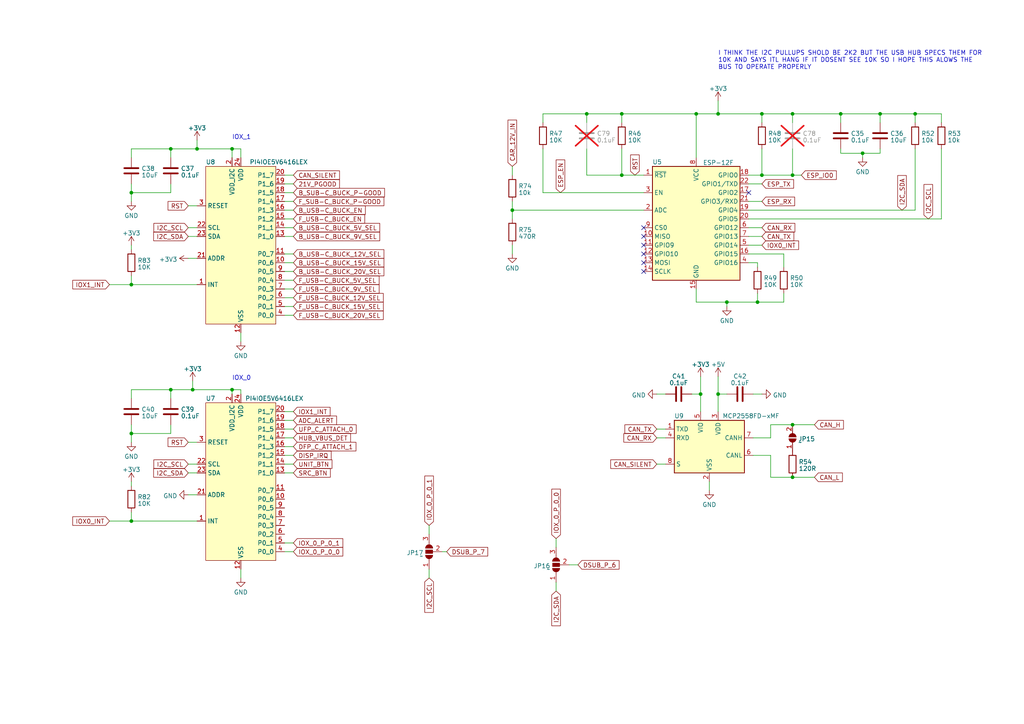
<source format=kicad_sch>
(kicad_sch (version 20230121) (generator eeschema)
  (paper "A4")
  (lib_symbols
    (symbol "Device:C" (pin_numbers hide) (pin_names (offset 0.254))
      (property "Reference" "C" (at 0.635 2.54 0))
      (property "Value" "C" (at 0.635 -2.54 0))
      (symbol "C_0_1"
        (polyline (pts (xy -2.032 -0.762) (xy 2.032 -0.762)) (stroke (width 0.508)))
        (polyline (pts (xy -2.032 0.762) (xy 2.032 0.762)) (stroke (width 0.508)))
      )
      (symbol "C_1_1"
        (pin passive line (at 0 3.81 270) (length 2.794) (name "~") (number "1"))
        (pin passive line (at 0 -3.81 90) (length 2.794) (name "~") (number "2"))
      )
    )
    (symbol "Device:R" (pin_numbers hide) (pin_names (offset 0))
      (property "Reference" "R" (at 2.032 0 90))
      (property "Value" "R" (at 0 0 90))
      (symbol "R_0_1"
        (rectangle (start -1.016 -2.54) (end 1.016 2.54) (stroke (width 0.254)))
      )
      (symbol "R_1_1"
        (pin passive line (at 0 3.81 270) (length 1.27) (name "~") (number "1"))
        (pin passive line (at 0 -3.81 90) (length 1.27) (name "~") (number "2"))
      )
    )
    (symbol "EXTRA:PI4IOE5V6416LEX"
      (property "Reference" "U" (at 0 -2.54 0))
      (property "Value" "PI4IOE5V6416LEX" (at 0 0 0))
      (symbol "PI4IOE5V6416LEX_0_1"
        (rectangle (start -10.16 -10.16) (end 10.16 -55.88) (fill (type background)))
      )
      (symbol "PI4IOE5V6416LEX_1_1"
        (pin output line (at -12.7 -44.45 0) (length 2.54) (name "INT") (number "1"))
        (pin bidirectional line (at 12.7 -38.1 180) (length 2.54) (name "P0_6") (number "10"))
        (pin bidirectional line (at 12.7 -35.56 180) (length 2.54) (name "P0_7") (number "11"))
        (pin power_in line (at 0 -58.42 90) (length 2.54) (name "VSS") (number "12"))
        (pin bidirectional line (at 12.7 -30.48 180) (length 2.54) (name "P1_0") (number "13"))
        (pin bidirectional line (at 12.7 -27.94 180) (length 2.54) (name "P1_1") (number "14"))
        (pin bidirectional line (at 12.7 -25.4 180) (length 2.54) (name "P1_2") (number "15"))
        (pin bidirectional line (at 12.7 -22.86 180) (length 2.54) (name "P1_3") (number "16"))
        (pin bidirectional line (at 12.7 -20.32 180) (length 2.54) (name "P1_4") (number "17"))
        (pin bidirectional line (at 12.7 -17.78 180) (length 2.54) (name "P1_5") (number "18"))
        (pin bidirectional line (at 12.7 -15.24 180) (length 2.54) (name "P1_6") (number "19"))
        (pin power_in line (at -2.54 -7.62 270) (length 2.54) (name "VDD_I2C") (number "2"))
        (pin bidirectional line (at 12.7 -12.7 180) (length 2.54) (name "P1_7") (number "20"))
        (pin input line (at -12.7 -36.83 0) (length 2.54) (name "ADDR") (number "21"))
        (pin input line (at -12.7 -27.94 0) (length 2.54) (name "SCL") (number "22"))
        (pin bidirectional line (at -12.7 -30.48 0) (length 2.54) (name "SDA") (number "23"))
        (pin power_in line (at 0 -7.62 270) (length 2.54) (name "VDD") (number "24"))
        (pin input line (at -12.7 -21.59 0) (length 2.54) (name "RESET") (number "3"))
        (pin bidirectional line (at 12.7 -53.34 180) (length 2.54) (name "P0_0") (number "4"))
        (pin bidirectional line (at 12.7 -50.8 180) (length 2.54) (name "P0_1") (number "5"))
        (pin bidirectional line (at 12.7 -48.26 180) (length 2.54) (name "P0_2") (number "6"))
        (pin bidirectional line (at 12.7 -45.72 180) (length 2.54) (name "P0_3") (number "7"))
        (pin bidirectional line (at 12.7 -43.18 180) (length 2.54) (name "P0_4") (number "8"))
        (pin bidirectional line (at 12.7 -40.64 180) (length 2.54) (name "P0_5") (number "9"))
      )
    )
    (symbol "Interface_CAN_LIN:MCP2557FD-xMF"
      (property "Reference" "U9" (at 6.35 10.811 0))
      (property "Value" "MCP2558FD-xMF" (at 6.35 8.89 0))
      (symbol "MCP2557FD-xMF_0_1"
        (rectangle (start -10.16 7.62) (end 10.16 -7.62) (stroke (width 0.254)) (fill (type background)))
      )
      (symbol "MCP2557FD-xMF_1_1"
        (pin input line (at -12.7 5.08 0) (length 2.54) (name "TXD") (number "1"))
        (pin power_in line (at 0 -10.16 90) (length 2.54) (name "VSS") (number "2"))
        (pin power_in line (at 2.54 10.16 270) (length 2.54) (name "VDD") (number "3"))
        (pin output line (at -12.7 2.54 0) (length 2.54) (name "RXD") (number "4"))
        (pin power_in line (at -2.54 10.16 270) (length 2.54) (name "VIO") (number "5"))
        (pin bidirectional line (at 12.7 -2.54 180) (length 2.54) (name "CANL") (number "6"))
        (pin bidirectional line (at 12.7 2.54 180) (length 2.54) (name "CANH") (number "7"))
        (pin input line (at -12.7 -5.08 0) (length 2.54) (name "S") (number "8"))
        (pin passive line (at 0 -10.16 90) (length 2.54) hide (name "VSS") (number "9"))
      )
    )
    (symbol "Jumper:SolderJumper_2_Open" (pin_names (offset 0) hide)
      (property "Reference" "JP" (at 0 2.032 0))
      (property "Value" "SolderJumper_2_Open" (at 0 -2.54 0))
      (symbol "SolderJumper_2_Open_0_1"
        (arc (start -0.254 1.016) (mid -1.2656 0) (end -0.254 -1.016))
        (arc (start -0.254 1.016) (mid -1.2656 0) (end -0.254 -1.016) (fill (type outline)))
        (polyline (pts (xy -0.254 1.016) (xy -0.254 -1.016)))
        (polyline (pts (xy 0.254 1.016) (xy 0.254 -1.016)))
        (arc (start 0.254 -1.016) (mid 1.2656 0) (end 0.254 1.016))
        (arc (start 0.254 -1.016) (mid 1.2656 0) (end 0.254 1.016) (fill (type outline)))
      )
      (symbol "SolderJumper_2_Open_1_1"
        (pin passive line (at -3.81 0 0) (length 2.54) (name "A") (number "1"))
        (pin passive line (at 3.81 0 180) (length 2.54) (name "B") (number "2"))
      )
    )
    (symbol "Jumper:SolderJumper_3_Open" (pin_names (offset 0) hide)
      (property "Reference" "JP" (at -2.54 -2.54 0))
      (property "Value" "SolderJumper_3_Open" (at 0 2.794 0))
      (symbol "SolderJumper_3_Open_0_1"
        (arc (start -1.016 1.016) (mid -2.0276 0) (end -1.016 -1.016))
        (arc (start -1.016 1.016) (mid -2.0276 0) (end -1.016 -1.016) (fill (type outline)))
        (rectangle (start -0.508 1.016) (end 0.508 -1.016) (fill (type outline)))
        (polyline (pts (xy -2.54 0) (xy -2.032 0)))
        (polyline (pts (xy -1.016 1.016) (xy -1.016 -1.016)))
        (polyline (pts (xy 0 -1.27) (xy 0 -1.016)))
        (polyline (pts (xy 1.016 1.016) (xy 1.016 -1.016)))
        (polyline (pts (xy 2.54 0) (xy 2.032 0)))
        (arc (start 1.016 -1.016) (mid 2.0276 0) (end 1.016 1.016))
        (arc (start 1.016 -1.016) (mid 2.0276 0) (end 1.016 1.016) (fill (type outline)))
      )
      (symbol "SolderJumper_3_Open_1_1"
        (pin passive line (at -5.08 0 0) (length 2.54) (name "A") (number "1"))
        (pin passive line (at 0 -3.81 90) (length 2.54) (name "C") (number "2"))
        (pin passive line (at 5.08 0 180) (length 2.54) (name "B") (number "3"))
      )
    )
    (symbol "RF_Module:ESP-12F"
      (property "Reference" "U" (at -12.7 19.05 0))
      (property "Value" "ESP-12F" (at 12.7 19.05 0))
      (symbol "ESP-12F_0_1"
        (rectangle (start -12.7 17.78) (end 12.7 -15.24) (stroke (width 0.254)) (fill (type background)))
      )
      (symbol "ESP-12F_1_1"
        (pin input line (at -15.24 15.24 0) (length 2.54) (name "~{RST}") (number "1"))
        (pin bidirectional line (at -15.24 -2.54 0) (length 2.54) (name "MISO") (number "10"))
        (pin bidirectional line (at -15.24 -5.08 0) (length 2.54) (name "GPIO9") (number "11"))
        (pin bidirectional line (at -15.24 -7.62 0) (length 2.54) (name "GPIO10") (number "12"))
        (pin bidirectional line (at -15.24 -10.16 0) (length 2.54) (name "MOSI") (number "13"))
        (pin bidirectional line (at -15.24 -12.7 0) (length 2.54) (name "SCLK") (number "14"))
        (pin power_in line (at 0 -17.78 90) (length 2.54) (name "GND") (number "15"))
        (pin bidirectional line (at 15.24 -7.62 180) (length 2.54) (name "GPIO15") (number "16"))
        (pin bidirectional line (at 15.24 10.16 180) (length 2.54) (name "GPIO2") (number "17"))
        (pin bidirectional line (at 15.24 15.24 180) (length 2.54) (name "GPIO0") (number "18"))
        (pin bidirectional line (at 15.24 5.08 180) (length 2.54) (name "GPIO4") (number "19"))
        (pin input line (at -15.24 5.08 0) (length 2.54) (name "ADC") (number "2"))
        (pin bidirectional line (at 15.24 2.54 180) (length 2.54) (name "GPIO5") (number "20"))
        (pin bidirectional line (at 15.24 7.62 180) (length 2.54) (name "GPIO3/RXD") (number "21"))
        (pin bidirectional line (at 15.24 12.7 180) (length 2.54) (name "GPIO1/TXD") (number "22"))
        (pin input line (at -15.24 10.16 0) (length 2.54) (name "EN") (number "3"))
        (pin bidirectional line (at 15.24 -10.16 180) (length 2.54) (name "GPIO16") (number "4"))
        (pin bidirectional line (at 15.24 -5.08 180) (length 2.54) (name "GPIO14") (number "5"))
        (pin bidirectional line (at 15.24 0 180) (length 2.54) (name "GPIO12") (number "6"))
        (pin bidirectional line (at 15.24 -2.54 180) (length 2.54) (name "GPIO13") (number "7"))
        (pin power_in line (at 0 20.32 270) (length 2.54) (name "VCC") (number "8"))
        (pin input line (at -15.24 0 0) (length 2.54) (name "CS0") (number "9"))
      )
    )
    (symbol "power:+3V3" (power) (pin_names (offset 0))
      (property "Value" "+3V3" (at 0 3.556 0))
      (symbol "+3V3_0_1"
        (polyline (pts (xy -0.762 1.27) (xy 0 2.54)))
        (polyline (pts (xy 0 0) (xy 0 2.54)))
        (polyline (pts (xy 0 2.54) (xy 0.762 1.27)))
      )
      (symbol "+3V3_1_1"
        (pin power_in line (at 0 0 90) (length 0) hide (name "+3V3") (number "1"))
      )
    )
    (symbol "power:+5V" (power) (pin_names (offset 0))
      (property "Value" "+5V" (at 0 3.556 0))
      (symbol "+5V_0_1"
        (polyline (pts (xy -0.762 1.27) (xy 0 2.54)))
        (polyline (pts (xy 0 0) (xy 0 2.54)))
        (polyline (pts (xy 0 2.54) (xy 0.762 1.27)))
      )
      (symbol "+5V_1_1"
        (pin power_in line (at 0 0 90) (length 0) hide (name "+5V") (number "1"))
      )
    )
    (symbol "power:GND" (power) (pin_names (offset 0))
      (property "Value" "GND" (at 0 -3.81 0))
      (symbol "GND_0_1"
        (polyline (pts (xy 0 0) (xy 0 -1.27) (xy 1.27 -1.27) (xy 0 -2.54) (xy -1.27 -1.27) (xy 0 -1.27)))
      )
      (symbol "GND_1_1"
        (pin power_in line (at 0 0 270) (length 0) hide (name "GND") (number "1"))
      )
    )
  )
  (junction (at 148.59 60.96))
  (junction (at 57.15 43.18))
  (junction (at 55.88 113.03))
  (junction (at 208.28 33.02))
  (junction (at 201.93 33.02))
  (junction (at 180.34 33.02))
  (junction (at 229.87 123.19))
  (junction (at 229.87 33.02))
  (junction (at 38.1 151.13))
  (junction (at 220.98 50.8))
  (junction (at 67.31 113.03))
  (junction (at 229.87 50.8))
  (junction (at 67.31 43.18))
  (junction (at 219.71 87.63))
  (junction (at 220.98 33.02))
  (junction (at 49.53 113.03))
  (junction (at 203.2 114.3))
  (junction (at 180.34 50.8))
  (junction (at 243.84 33.02))
  (junction (at 170.18 33.02))
  (junction (at 38.1 125.73))
  (junction (at 265.43 33.02))
  (junction (at 250.19 44.45))
  (junction (at 255.27 33.02))
  (junction (at 49.53 43.18))
  (junction (at 208.28 114.3))
  (junction (at 38.1 82.55))
  (junction (at 210.82 87.63))
  (junction (at 229.87 138.43))
  (junction (at 38.1 55.88))
  (no_connect (at 186.69 73.66))
  (no_connect (at 186.69 76.2))
  (no_connect (at 217.17 55.88))
  (no_connect (at 186.69 66.04))
  (no_connect (at 186.69 71.12))
  (no_connect (at 186.69 78.74))
  (no_connect (at 186.69 68.58))
  (wire (pts (xy 208.28 33.02) (xy 220.98 33.02)))
  (wire (pts (xy 82.55 129.54) (xy 85.09 129.54)))
  (wire (pts (xy 49.53 53.34) (xy 49.53 55.88)))
  (wire (pts (xy 82.55 73.66) (xy 85.09 73.66)))
  (wire (pts (xy 170.18 33.02) (xy 170.18 35.56)))
  (wire (pts (xy 82.55 132.08) (xy 85.09 132.08)))
  (wire (pts (xy 208.28 114.3) (xy 208.28 119.38)))
  (wire (pts (xy 31.75 151.13) (xy 38.1 151.13)))
  (wire (pts (xy 82.55 66.04) (xy 85.09 66.04)))
  (wire (pts (xy 219.71 76.2) (xy 219.71 77.47)))
  (wire (pts (xy 205.74 139.7) (xy 205.74 142.24)))
  (wire (pts (xy 208.28 29.21) (xy 208.28 33.02)))
  (wire (pts (xy 223.52 123.19) (xy 223.52 127)))
  (wire (pts (xy 148.59 48.26) (xy 148.59 50.8)))
  (wire (pts (xy 217.17 60.96) (xy 265.43 60.96)))
  (wire (pts (xy 219.71 85.09) (xy 219.71 87.63)))
  (wire (pts (xy 124.46 165.1) (xy 124.46 167.64)))
  (wire (pts (xy 54.61 143.51) (xy 57.15 143.51)))
  (wire (pts (xy 157.48 43.18) (xy 157.48 55.88)))
  (wire (pts (xy 157.48 35.56) (xy 157.48 33.02)))
  (wire (pts (xy 38.1 151.13) (xy 57.15 151.13)))
  (wire (pts (xy 82.55 78.74) (xy 85.09 78.74)))
  (wire (pts (xy 255.27 33.02) (xy 255.27 35.56)))
  (wire (pts (xy 265.43 33.02) (xy 255.27 33.02)))
  (wire (pts (xy 38.1 55.88) (xy 38.1 58.42)))
  (wire (pts (xy 38.1 139.7) (xy 38.1 140.97)))
  (wire (pts (xy 82.55 121.92) (xy 85.09 121.92)))
  (wire (pts (xy 69.85 43.18) (xy 67.31 43.18)))
  (wire (pts (xy 217.17 66.04) (xy 220.98 66.04)))
  (wire (pts (xy 161.29 156.21) (xy 161.29 158.75)))
  (wire (pts (xy 227.33 87.63) (xy 219.71 87.63)))
  (wire (pts (xy 67.31 113.03) (xy 67.31 114.3)))
  (wire (pts (xy 200.66 114.3) (xy 203.2 114.3)))
  (wire (pts (xy 229.87 123.19) (xy 236.22 123.19)))
  (wire (pts (xy 82.55 58.42) (xy 85.09 58.42)))
  (wire (pts (xy 229.87 138.43) (xy 223.52 138.43)))
  (wire (pts (xy 69.85 113.03) (xy 69.85 114.3)))
  (wire (pts (xy 69.85 45.72) (xy 69.85 43.18)))
  (wire (pts (xy 54.61 137.16) (xy 57.15 137.16)))
  (wire (pts (xy 203.2 114.3) (xy 203.2 119.38)))
  (wire (pts (xy 67.31 43.18) (xy 57.15 43.18)))
  (wire (pts (xy 265.43 35.56) (xy 265.43 33.02)))
  (wire (pts (xy 82.55 160.02) (xy 85.09 160.02)))
  (wire (pts (xy 229.87 50.8) (xy 220.98 50.8)))
  (wire (pts (xy 220.98 43.18) (xy 220.98 50.8)))
  (wire (pts (xy 229.87 43.18) (xy 229.87 50.8)))
  (wire (pts (xy 250.19 44.45) (xy 255.27 44.45)))
  (wire (pts (xy 190.5 134.62) (xy 193.04 134.62)))
  (wire (pts (xy 190.5 127) (xy 193.04 127)))
  (wire (pts (xy 243.84 43.18) (xy 243.84 44.45)))
  (wire (pts (xy 128.27 160.02) (xy 129.54 160.02)))
  (wire (pts (xy 49.53 55.88) (xy 38.1 55.88)))
  (wire (pts (xy 236.22 138.43) (xy 229.87 138.43)))
  (wire (pts (xy 229.87 50.8) (xy 232.41 50.8)))
  (wire (pts (xy 82.55 157.48) (xy 85.09 157.48)))
  (wire (pts (xy 49.53 43.18) (xy 38.1 43.18)))
  (wire (pts (xy 38.1 82.55) (xy 57.15 82.55)))
  (wire (pts (xy 201.93 33.02) (xy 201.93 45.72)))
  (wire (pts (xy 82.55 86.36) (xy 85.09 86.36)))
  (wire (pts (xy 54.61 59.69) (xy 57.15 59.69)))
  (wire (pts (xy 55.88 113.03) (xy 67.31 113.03)))
  (wire (pts (xy 265.43 33.02) (xy 273.05 33.02)))
  (wire (pts (xy 227.33 73.66) (xy 227.33 77.47)))
  (wire (pts (xy 82.55 88.9) (xy 85.09 88.9)))
  (wire (pts (xy 273.05 43.18) (xy 273.05 63.5)))
  (wire (pts (xy 217.17 73.66) (xy 227.33 73.66)))
  (wire (pts (xy 186.69 50.8) (xy 180.34 50.8)))
  (wire (pts (xy 229.87 33.02) (xy 229.87 35.56)))
  (wire (pts (xy 217.17 71.12) (xy 220.98 71.12)))
  (wire (pts (xy 82.55 119.38) (xy 85.09 119.38)))
  (wire (pts (xy 180.34 33.02) (xy 201.93 33.02)))
  (wire (pts (xy 82.55 68.58) (xy 85.09 68.58)))
  (wire (pts (xy 38.1 113.03) (xy 49.53 113.03)))
  (wire (pts (xy 255.27 44.45) (xy 255.27 43.18)))
  (wire (pts (xy 38.1 80.01) (xy 38.1 82.55)))
  (wire (pts (xy 82.55 63.5) (xy 85.09 63.5)))
  (wire (pts (xy 38.1 125.73) (xy 38.1 128.27)))
  (wire (pts (xy 210.82 87.63) (xy 201.93 87.63)))
  (wire (pts (xy 38.1 125.73) (xy 38.1 123.19)))
  (wire (pts (xy 54.61 66.04) (xy 57.15 66.04)))
  (wire (pts (xy 148.59 60.96) (xy 186.69 60.96)))
  (wire (pts (xy 217.17 50.8) (xy 220.98 50.8)))
  (wire (pts (xy 82.55 60.96) (xy 85.09 60.96)))
  (wire (pts (xy 38.1 43.18) (xy 38.1 45.72)))
  (wire (pts (xy 243.84 33.02) (xy 255.27 33.02)))
  (wire (pts (xy 217.17 53.34) (xy 220.98 53.34)))
  (wire (pts (xy 49.53 125.73) (xy 38.1 125.73)))
  (wire (pts (xy 57.15 43.18) (xy 49.53 43.18)))
  (wire (pts (xy 180.34 43.18) (xy 180.34 50.8)))
  (wire (pts (xy 54.61 68.58) (xy 57.15 68.58)))
  (wire (pts (xy 161.29 168.91) (xy 161.29 171.45)))
  (wire (pts (xy 82.55 124.46) (xy 85.09 124.46)))
  (wire (pts (xy 38.1 71.12) (xy 38.1 72.39)))
  (wire (pts (xy 82.55 76.2) (xy 85.09 76.2)))
  (wire (pts (xy 180.34 33.02) (xy 180.34 35.56)))
  (wire (pts (xy 220.98 33.02) (xy 220.98 35.56)))
  (wire (pts (xy 170.18 33.02) (xy 180.34 33.02)))
  (wire (pts (xy 55.88 110.49) (xy 55.88 113.03)))
  (wire (pts (xy 229.87 33.02) (xy 243.84 33.02)))
  (wire (pts (xy 170.18 50.8) (xy 180.34 50.8)))
  (wire (pts (xy 69.85 96.52) (xy 69.85 99.06)))
  (wire (pts (xy 217.17 63.5) (xy 273.05 63.5)))
  (wire (pts (xy 243.84 33.02) (xy 243.84 35.56)))
  (wire (pts (xy 201.93 33.02) (xy 208.28 33.02)))
  (wire (pts (xy 49.53 43.18) (xy 49.53 45.72)))
  (wire (pts (xy 148.59 60.96) (xy 148.59 63.5)))
  (wire (pts (xy 223.52 127) (xy 218.44 127)))
  (wire (pts (xy 49.53 123.19) (xy 49.53 125.73)))
  (wire (pts (xy 38.1 55.88) (xy 38.1 53.34)))
  (wire (pts (xy 82.55 137.16) (xy 85.09 137.16)))
  (wire (pts (xy 219.71 87.63) (xy 210.82 87.63)))
  (wire (pts (xy 82.55 91.44) (xy 85.09 91.44)))
  (wire (pts (xy 124.46 152.4) (xy 124.46 154.94)))
  (wire (pts (xy 54.61 128.27) (xy 57.15 128.27)))
  (wire (pts (xy 157.48 55.88) (xy 186.69 55.88)))
  (wire (pts (xy 223.52 132.08) (xy 218.44 132.08)))
  (wire (pts (xy 190.5 114.3) (xy 193.04 114.3)))
  (wire (pts (xy 227.33 85.09) (xy 227.33 87.63)))
  (wire (pts (xy 170.18 43.18) (xy 170.18 50.8)))
  (wire (pts (xy 31.75 82.55) (xy 38.1 82.55)))
  (wire (pts (xy 67.31 43.18) (xy 67.31 45.72)))
  (wire (pts (xy 67.31 113.03) (xy 69.85 113.03)))
  (wire (pts (xy 210.82 87.63) (xy 210.82 88.9)))
  (wire (pts (xy 265.43 43.18) (xy 265.43 60.96)))
  (wire (pts (xy 38.1 148.59) (xy 38.1 151.13)))
  (wire (pts (xy 82.55 50.8) (xy 85.09 50.8)))
  (wire (pts (xy 217.17 68.58) (xy 220.98 68.58)))
  (wire (pts (xy 223.52 132.08) (xy 223.52 138.43)))
  (wire (pts (xy 82.55 127) (xy 85.09 127)))
  (wire (pts (xy 220.98 33.02) (xy 229.87 33.02)))
  (wire (pts (xy 69.85 165.1) (xy 69.85 167.64)))
  (wire (pts (xy 217.17 76.2) (xy 219.71 76.2)))
  (wire (pts (xy 165.1 163.83) (xy 167.64 163.83)))
  (wire (pts (xy 273.05 35.56) (xy 273.05 33.02)))
  (wire (pts (xy 201.93 87.63) (xy 201.93 83.82)))
  (wire (pts (xy 54.61 74.93) (xy 57.15 74.93)))
  (wire (pts (xy 190.5 124.46) (xy 193.04 124.46)))
  (wire (pts (xy 49.53 113.03) (xy 49.53 115.57)))
  (wire (pts (xy 148.59 58.42) (xy 148.59 60.96)))
  (wire (pts (xy 157.48 33.02) (xy 170.18 33.02)))
  (wire (pts (xy 218.44 114.3) (xy 220.98 114.3)))
  (wire (pts (xy 243.84 44.45) (xy 250.19 44.45)))
  (wire (pts (xy 148.59 71.12) (xy 148.59 73.66)))
  (wire (pts (xy 217.17 58.42) (xy 220.98 58.42)))
  (wire (pts (xy 49.53 113.03) (xy 55.88 113.03)))
  (wire (pts (xy 82.55 83.82) (xy 85.09 83.82)))
  (wire (pts (xy 250.19 44.45) (xy 250.19 45.72)))
  (wire (pts (xy 82.55 55.88) (xy 85.09 55.88)))
  (wire (pts (xy 82.55 81.28) (xy 85.09 81.28)))
  (wire (pts (xy 57.15 40.64) (xy 57.15 43.18)))
  (wire (pts (xy 223.52 123.19) (xy 229.87 123.19)))
  (wire (pts (xy 38.1 115.57) (xy 38.1 113.03)))
  (wire (pts (xy 208.28 114.3) (xy 210.82 114.3)))
  (wire (pts (xy 82.55 53.34) (xy 85.09 53.34)))
  (wire (pts (xy 54.61 134.62) (xy 57.15 134.62)))
  (wire (pts (xy 203.2 109.22) (xy 203.2 114.3)))
  (wire (pts (xy 208.28 109.22) (xy 208.28 114.3)))
  (wire (pts (xy 82.55 134.62) (xy 85.09 134.62)))
  (text "IOX_0" (at 67.31 110.49 0) (effects (font (size 1.27 1.27)) (justify left bottom)))
  (text "I THINK THE I2C PULLUPS SHOLD BE 2K2 BUT THE USB HUB SPECS THEM FOR \n10K AND SAYS ITL HANG IF IT DOSENT SEE 10K SO I HOPE THIS ALOWS THE \nBUS TO OPERATE PROPERLY" (at 208.28 20.32 0) (effects (font (size 1.27 1.27)) (justify left bottom)))
  (text "IOX_1" (at 67.31 40.64 0) (effects (font (size 1.27 1.27)) (justify left bottom)))
  (global_label "B_SUB-C_BUCK_P-GOOD" (shape input) (at 85.09 55.88 0) (property "Intersheetrefs" "${INTERSHEET_REFS}" (effects hide)))
  (global_label "DSUB_P_6" (shape input) (at 167.64 163.83 0) (property "Intersheetrefs" "${INTERSHEET_REFS}" (effects hide)))
  (global_label "F_USB-C_BUCK_EN" (shape input) (at 85.09 63.5 0) (property "Intersheetrefs" "${INTERSHEET_REFS}" (effects hide)))
  (global_label "F_USB-C_BUCK_12V_SEL" (shape input) (at 85.09 86.36 0) (property "Intersheetrefs" "${INTERSHEET_REFS}" (effects hide)))
  (global_label "B_USB-C_BUCK_15V_SEL" (shape input) (at 85.09 76.2 0) (property "Intersheetrefs" "${INTERSHEET_REFS}" (effects hide)))
  (global_label "F_USB-C_BUCK_5V_SEL" (shape input) (at 85.09 81.28 0) (property "Intersheetrefs" "${INTERSHEET_REFS}" (effects hide)))
  (global_label "UFP_C_ATTACH_0" (shape input) (at 85.09 124.46 0) (property "Intersheetrefs" "${INTERSHEET_REFS}" (effects hide)))
  (global_label "IOX_0_P_0_1" (shape input) (at 85.09 157.48 0) (property "Intersheetrefs" "${INTERSHEET_REFS}" (effects hide)))
  (global_label "B_USB-C_BUCK_5V_SEL" (shape input) (at 85.09 66.04 0) (property "Intersheetrefs" "${INTERSHEET_REFS}" (effects hide)))
  (global_label "CAR_12V_IN" (shape input) (at 148.59 48.26 90) (property "Intersheetrefs" "${INTERSHEET_REFS}" (effects hide)))
  (global_label "F_USB-C_BUCK_9V_SEL" (shape input) (at 85.09 83.82 0) (property "Intersheetrefs" "${INTERSHEET_REFS}" (effects hide)))
  (global_label "ESP_IO0" (shape input) (at 232.41 50.8 0) (property "Intersheetrefs" "${INTERSHEET_REFS}" (effects hide)))
  (global_label "B_USB-C_BUCK_20V_SEL" (shape input) (at 85.09 78.74 0) (property "Intersheetrefs" "${INTERSHEET_REFS}" (effects hide)))
  (global_label "21V_PGOOD" (shape input) (at 85.09 53.34 0) (property "Intersheetrefs" "${INTERSHEET_REFS}" (effects hide)))
  (global_label "ADC_ALERT" (shape input) (at 85.09 121.92 0) (property "Intersheetrefs" "${INTERSHEET_REFS}" (effects hide)))
  (global_label "F_USB-C_BUCK_15V_SEL" (shape input) (at 85.09 88.9 0) (property "Intersheetrefs" "${INTERSHEET_REFS}" (effects hide)))
  (global_label "RST" (shape input) (at 54.61 59.69 180) (property "Intersheetrefs" "${INTERSHEET_REFS}" (effects hide)))
  (global_label "ESP_EN" (shape input) (at 162.56 55.88 90) (property "Intersheetrefs" "${INTERSHEET_REFS}" (effects hide)))
  (global_label "IOX_0_P_0_0" (shape input) (at 161.29 156.21 90) (property "Intersheetrefs" "${INTERSHEET_REFS}" (effects hide)))
  (global_label "RST" (shape input) (at 54.61 128.27 180) (property "Intersheetrefs" "${INTERSHEET_REFS}" (effects hide)))
  (global_label "I2C_SCL" (shape input) (at 269.24 63.5 90) (property "Intersheetrefs" "${INTERSHEET_REFS}" (effects hide)))
  (global_label "ESP_RX" (shape input) (at 220.98 58.42 0) (property "Intersheetrefs" "${INTERSHEET_REFS}" (effects hide)))
  (global_label "SRC_BTN" (shape input) (at 85.09 137.16 0) (property "Intersheetrefs" "${INTERSHEET_REFS}" (effects hide)))
  (global_label "I2C_SDA" (shape input) (at 261.62 60.96 90) (property "Intersheetrefs" "${INTERSHEET_REFS}" (effects hide)))
  (global_label "IOX0_INT" (shape input) (at 31.75 151.13 180) (property "Intersheetrefs" "${INTERSHEET_REFS}" (effects hide)))
  (global_label "UNIT_BTN" (shape input) (at 85.09 134.62 0) (property "Intersheetrefs" "${INTERSHEET_REFS}" (effects hide)))
  (global_label "I2C_SDA" (shape input) (at 161.29 171.45 270) (property "Intersheetrefs" "${INTERSHEET_REFS}" (effects hide)))
  (global_label "HUB_VBUS_DET" (shape input) (at 85.09 127 0) (property "Intersheetrefs" "${INTERSHEET_REFS}" (effects hide)))
  (global_label "B_USB-C_BUCK_9V_SEL" (shape input) (at 85.09 68.58 0) (property "Intersheetrefs" "${INTERSHEET_REFS}" (effects hide)))
  (global_label "CAN_H" (shape input) (at 236.22 123.19 0) (property "Intersheetrefs" "${INTERSHEET_REFS}" (effects hide)))
  (global_label "I2C_SDA" (shape input) (at 54.61 137.16 180) (property "Intersheetrefs" "${INTERSHEET_REFS}" (effects hide)))
  (global_label "I2C_SCL" (shape input) (at 54.61 66.04 180) (property "Intersheetrefs" "${INTERSHEET_REFS}" (effects hide)))
  (global_label "IOX_0_P_0_0" (shape input) (at 85.09 160.02 0) (property "Intersheetrefs" "${INTERSHEET_REFS}" (effects hide)))
  (global_label "I2C_SDA" (shape input) (at 54.61 68.58 180) (property "Intersheetrefs" "${INTERSHEET_REFS}" (effects hide)))
  (global_label "ESP_TX" (shape input) (at 220.98 53.34 0) (property "Intersheetrefs" "${INTERSHEET_REFS}" (effects hide)))
  (global_label "CAN_TX" (shape input) (at 190.5 124.46 180) (property "Intersheetrefs" "${INTERSHEET_REFS}" (effects hide)))
  (global_label "CAN_L" (shape input) (at 236.22 138.43 0) (property "Intersheetrefs" "${INTERSHEET_REFS}" (effects hide)))
  (global_label "IOX_0_P_0_1" (shape input) (at 124.46 152.4 90) (property "Intersheetrefs" "${INTERSHEET_REFS}" (effects hide)))
  (global_label "B_USB-C_BUCK_12V_SEL" (shape input) (at 85.09 73.66 0) (property "Intersheetrefs" "${INTERSHEET_REFS}" (effects hide)))
  (global_label "CAN_RX" (shape input) (at 220.98 66.04 0) (property "Intersheetrefs" "${INTERSHEET_REFS}" (effects hide)))
  (global_label "CAN_SILENT" (shape input) (at 85.09 50.8 0) (property "Intersheetrefs" "${INTERSHEET_REFS}" (effects hide)))
  (global_label "IOX0_INT" (shape input) (at 220.98 71.12 0) (property "Intersheetrefs" "${INTERSHEET_REFS}" (effects hide)))
  (global_label "CAN_TX" (shape input) (at 220.98 68.58 0) (property "Intersheetrefs" "${INTERSHEET_REFS}" (effects hide)))
  (global_label "F_SUB-C_BUCK_P-GOOD" (shape input) (at 85.09 58.42 0) (property "Intersheetrefs" "${INTERSHEET_REFS}" (effects hide)))
  (global_label "RST" (shape input) (at 184.15 50.8 90) (property "Intersheetrefs" "${INTERSHEET_REFS}" (effects hide)))
  (global_label "B_USB-C_BUCK_EN" (shape input) (at 85.09 60.96 0) (property "Intersheetrefs" "${INTERSHEET_REFS}" (effects hide)))
  (global_label "I2C_SCL" (shape input) (at 54.61 134.62 180) (property "Intersheetrefs" "${INTERSHEET_REFS}" (effects hide)))
  (global_label "I2C_SCL" (shape input) (at 124.46 167.64 270) (property "Intersheetrefs" "${INTERSHEET_REFS}" (effects hide)))
  (global_label "CAN_SILENT" (shape input) (at 190.5 134.62 180) (property "Intersheetrefs" "${INTERSHEET_REFS}" (effects hide)))
  (global_label "CAN_RX" (shape input) (at 190.5 127 180) (property "Intersheetrefs" "${INTERSHEET_REFS}" (effects hide)))
  (global_label "IOX1_INT" (shape input) (at 85.09 119.38 0) (property "Intersheetrefs" "${INTERSHEET_REFS}" (effects hide)))
  (global_label "F_USB-C_BUCK_20V_SEL" (shape input) (at 85.09 91.44 0) (property "Intersheetrefs" "${INTERSHEET_REFS}" (effects hide)))
  (global_label "IOX1_INT" (shape input) (at 31.75 82.55 180) (property "Intersheetrefs" "${INTERSHEET_REFS}" (effects hide)))
  (global_label "DSUB_P_7" (shape input) (at 129.54 160.02 0) (property "Intersheetrefs" "${INTERSHEET_REFS}" (effects hide)))
  (global_label "DFP_C_ATTACH_1" (shape input) (at 85.09 129.54 0) (property "Intersheetrefs" "${INTERSHEET_REFS}" (effects hide)))
  (global_label "DISP_IRQ" (shape input) (at 85.09 132.08 0) (property "Intersheetrefs" "${INTERSHEET_REFS}" (effects hide)))
  (symbol (lib_id "Device:R") (at 38.1 144.78 0) (unit 1)
    (property "Reference" "R82" (at 39.878 144.1363 0) (effects (justify left)))
    (property "Value" "10K" (at 39.878 146.0573 0) (effects (justify left)))
  )
  (symbol (lib_id "Device:C") (at 49.53 49.53 0) (unit 1)
    (property "Reference" "C37" (at 52.451 48.8863 0) (effects (justify left)))
    (property "Value" "0.1uF" (at 52.451 50.8073 0) (effects (justify left)))
  )
  (symbol (lib_id "power:GND") (at 205.74 142.24 0) (unit 1)
    (property "Reference" "#PWR045" (effects hide))
    (property "Value" "GND" (at 205.74 146.3755 0))
  )
  (symbol (lib_id "Jumper:SolderJumper_3_Open") (at 161.29 163.83 90) (unit 1)
    (property "Reference" "JP16" (at 159.639 164.1468 90) (effects (justify left)))
    (property "Value" "~" (at 159.639 165.1073 90) (effects (justify left)))
  )
  (symbol (lib_id "power:GND") (at 54.61 143.51 270) (unit 1)
    (property "Reference" "#PWR037" (effects hide))
    (property "Value" "GND" (at 51.4351 143.8268 90) (effects (justify right)))
  )
  (symbol (lib_id "Device:R") (at 148.59 67.31 0) (unit 1)
    (property "Reference" "R75" (at 150.368 66.6663 0) (effects (justify left)))
    (property "Value" "470R" (at 150.368 68.5873 0) (effects (justify left)))
  )
  (symbol (lib_id "Device:R") (at 219.71 81.28 0) (unit 1)
    (property "Reference" "R49" (at 221.488 80.6363 0) (effects (justify left)))
    (property "Value" "10K" (at 221.488 82.5573 0) (effects (justify left)))
  )
  (symbol (lib_id "Device:R") (at 38.1 76.2 0) (unit 1)
    (property "Reference" "R83" (at 39.878 75.5563 0) (effects (justify left)))
    (property "Value" "10K" (at 39.878 77.4773 0) (effects (justify left)))
  )
  (symbol (lib_id "power:GND") (at 220.98 114.3 90) (unit 1)
    (property "Reference" "#PWR049" (effects hide))
    (property "Value" "GND" (at 224.155 114.6168 90) (effects (justify right)))
  )
  (symbol (lib_id "power:GND") (at 69.85 99.06 0) (unit 1)
    (property "Reference" "#PWR043" (effects hide))
    (property "Value" "GND" (at 69.85 103.1955 0))
  )
  (symbol (lib_id "power:+3V3") (at 38.1 71.12 0) (unit 1)
    (property "Reference" "#PWR077" (effects hide))
    (property "Value" "+3V3" (at 38.1 67.6181 0))
  )
  (symbol (lib_id "Device:R") (at 229.87 134.62 0) (unit 1)
    (property "Reference" "R54" (at 231.648 133.9763 0) (effects (justify left)))
    (property "Value" "120R" (at 231.648 135.8973 0) (effects (justify left)))
  )
  (symbol (lib_id "power:GND") (at 250.19 45.72 0) (unit 1)
    (property "Reference" "#PWR035" (effects hide))
    (property "Value" "GND" (at 250.19 49.8555 0))
  )
  (symbol (lib_id "power:GND") (at 148.59 73.66 0) (unit 1)
    (property "Reference" "#PWR055" (effects hide))
    (property "Value" "GND" (at 148.59 77.7955 0))
  )
  (symbol (lib_id "Device:R") (at 265.43 39.37 0) (unit 1)
    (property "Reference" "R52" (at 267.208 38.7263 0) (effects (justify left)))
    (property "Value" "10k" (at 267.208 40.6473 0) (effects (justify left)))
  )
  (symbol (lib_id "power:GND") (at 190.5 114.3 270) (unit 1)
    (property "Reference" "#PWR048" (effects hide))
    (property "Value" "GND" (at 187.3251 114.6168 90) (effects (justify right)))
  )
  (symbol (lib_id "Device:C") (at 196.85 114.3 90) (unit 1)
    (property "Reference" "C41" (at 196.85 109.1311 90))
    (property "Value" "0.1uF" (at 196.85 111.0521 90))
  )
  (symbol (lib_id "power:GND") (at 38.1 128.27 0) (unit 1)
    (property "Reference" "#PWR042" (effects hide))
    (property "Value" "GND" (at 38.1 132.4055 0))
  )
  (symbol (lib_id "Device:C") (at 255.27 39.37 0) (unit 1)
    (property "Reference" "C36" (at 258.191 38.7263 0) (effects (justify left)))
    (property "Value" "10uF" (at 258.191 40.6473 0) (effects (justify left)))
  )
  (symbol (lib_id "Device:C") (at 49.53 119.38 0) (unit 1)
    (property "Reference" "C39" (at 52.451 118.7363 0) (effects (justify left)))
    (property "Value" "0.1uF" (at 52.451 120.6573 0) (effects (justify left)))
  )
  (symbol (lib_id "power:+3V3") (at 203.2 109.22 0) (unit 1)
    (property "Reference" "#PWR046" (effects hide))
    (property "Value" "+3V3" (at 203.2 105.7181 0))
  )
  (symbol (lib_id "power:+3V3") (at 57.15 40.64 0) (unit 1)
    (property "Reference" "#PWR039" (effects hide))
    (property "Value" "+3V3" (at 57.15 37.1381 0))
  )
  (symbol (lib_id "Device:C") (at 243.84 39.37 0) (unit 1)
    (property "Reference" "C35" (at 246.761 38.7263 0) (effects (justify left)))
    (property "Value" "0.1uF" (at 246.761 40.6473 0) (effects (justify left)))
  )
  (symbol (lib_id "Jumper:SolderJumper_2_Open") (at 229.87 127 90) (unit 1)
    (property "Reference" "JP15" (at 231.521 127.3168 90) (effects (justify right)))
    (property "Value" "~" (at 231.521 128.2773 90) (effects (justify right)))
  )
  (symbol (lib_id "Device:R") (at 180.34 39.37 0) (unit 1)
    (property "Reference" "R46" (at 182.118 38.7263 0) (effects (justify left)))
    (property "Value" "10K" (at 182.118 40.6473 0) (effects (justify left)))
  )
  (symbol (lib_id "power:GND") (at 210.82 88.9 0) (unit 1)
    (property "Reference" "#PWR034" (effects hide))
    (property "Value" "GND" (at 210.82 93.0355 0))
  )
  (symbol (lib_id "EXTRA:PI4IOE5V6416LEX") (at 69.85 106.68 0) (unit 1)
    (property "Reference" "U7" (at 59.69 115.57 0) (effects (justify left)))
    (property "Value" "PI4IOE5V6416LEX" (at 71.12 115.57 0) (effects (justify left)))
  )
  (symbol (lib_id "power:+5V") (at 208.28 109.22 0) (unit 1)
    (property "Reference" "#PWR047" (effects hide))
    (property "Value" "+5V" (at 208.28 105.7181 0))
  )
  (symbol (lib_id "Device:C") (at 214.63 114.3 90) (unit 1)
    (property "Reference" "C42" (at 214.63 109.1311 90))
    (property "Value" "0.1uF" (at 214.63 111.0521 90))
  )
  (symbol (lib_id "power:GND") (at 38.1 58.42 0) (unit 1)
    (property "Reference" "#PWR041" (effects hide))
    (property "Value" "GND" (at 38.1 62.5555 0))
  )
  (symbol (lib_id "Device:R") (at 157.48 39.37 0) (unit 1)
    (property "Reference" "R47" (at 159.258 38.7263 0) (effects (justify left)))
    (property "Value" "10K" (at 159.258 40.6473 0) (effects (justify left)))
  )
  (symbol (lib_id "power:+3V3") (at 54.61 74.93 90) (unit 1)
    (property "Reference" "#PWR038" (effects hide))
    (property "Value" "+3V3" (at 51.435 75.2468 90) (effects (justify left)))
  )
  (symbol (lib_id "EXTRA:PI4IOE5V6416LEX") (at 69.85 38.1 0) (unit 1)
    (property "Reference" "U8" (at 59.69 46.99 0) (effects (justify left)))
    (property "Value" "PI4IOE5V6416LEX" (at 72.39 46.99 0) (effects (justify left)))
  )
  (symbol (lib_id "Device:R") (at 220.98 39.37 0) (unit 1)
    (property "Reference" "R48" (at 222.758 38.7263 0) (effects (justify left)))
    (property "Value" "10K" (at 222.758 40.6473 0) (effects (justify left)))
  )
  (symbol (lib_id "Device:R") (at 273.05 39.37 0) (unit 1)
    (property "Reference" "R53" (at 274.828 38.7263 0) (effects (justify left)))
    (property "Value" "10k" (at 274.828 40.6473 0) (effects (justify left)))
  )
  (symbol (lib_id "Device:R") (at 148.59 54.61 0) (unit 1)
    (property "Reference" "R74" (at 150.368 53.9663 0) (effects (justify left)))
    (property "Value" "10k" (at 150.368 55.8873 0) (effects (justify left)))
  )
  (symbol (lib_id "Device:C") (at 170.18 39.37 0) (unit 1) (dnp yes)
    (property "Reference" "C79" (at 173.101 38.7263 0) (effects (justify left)))
    (property "Value" "0.1uF" (at 173.101 40.6473 0) (effects (justify left)))
  )
  (symbol (lib_id "Interface_CAN_LIN:MCP2557FD-xMF") (at 205.74 129.54 0) (unit 1)
    (property "Reference" "U9" (at 195.58 120.65 0) (effects (justify left)))
    (property "Value" "MCP2558FD-xMF" (at 209.55 120.65 0) (effects (justify left)))
    (property "Footprint" "Package_DFN_QFN:DFN-8-1EP_3x3mm_P0.65mm_EP1.55x2.4mm" (effects hide))
    (property "Datasheet" "https://ww1.microchip.com/downloads/en/DeviceDoc/20005533A.pdf" (effects hide))
  )
  (symbol (lib_id "RF_Module:ESP-12F") (at 201.93 66.04 0) (unit 1)
    (property "Reference" "U5" (at 189.23 46.99 0) (effects (justify left)))
    (property "Value" "ESP-12F" (at 203.8859 47.1711 0) (effects (justify left)))
    (property "Footprint" "RF_Module:ESP-12E" (effects hide))
    (property "Datasheet" "http://wiki.ai-thinker.com/_media/esp8266/esp8266_series_modules_user_manual_v1.1.pdf" (effects hide))
  )
  (symbol (lib_id "Jumper:SolderJumper_3_Open") (at 124.46 160.02 90) (unit 1)
    (property "Reference" "JP17" (at 122.809 160.3368 90) (effects (justify left)))
    (property "Value" "~" (at 122.809 161.2973 90) (effects (justify left)))
  )
  (symbol (lib_id "Device:R") (at 227.33 81.28 0) (unit 1)
    (property "Reference" "R50" (at 229.108 80.6363 0) (effects (justify left)))
    (property "Value" "10K" (at 229.108 82.5573 0) (effects (justify left)))
  )
  (symbol (lib_id "power:+3V3") (at 55.88 110.49 0) (unit 1)
    (property "Reference" "#PWR040" (effects hide))
    (property "Value" "+3V3" (at 55.88 106.9881 0))
  )
  (symbol (lib_id "Device:C") (at 38.1 49.53 0) (unit 1)
    (property "Reference" "C38" (at 41.021 48.8863 0) (effects (justify left)))
    (property "Value" "10uF" (at 41.021 50.8073 0) (effects (justify left)))
  )
  (symbol (lib_id "power:GND") (at 69.85 167.64 0) (unit 1)
    (property "Reference" "#PWR044" (effects hide))
    (property "Value" "GND" (at 69.85 171.7755 0))
  )
  (symbol (lib_id "power:+3V3") (at 38.1 139.7 0) (unit 1)
    (property "Reference" "#PWR078" (effects hide))
    (property "Value" "+3V3" (at 38.1 136.1981 0))
  )
  (symbol (lib_id "power:+3V3") (at 208.28 29.21 0) (unit 1)
    (property "Reference" "#PWR036" (effects hide))
    (property "Value" "+3V3" (at 208.28 25.7081 0))
  )
  (symbol (lib_id "Device:C") (at 38.1 119.38 0) (unit 1)
    (property "Reference" "C40" (at 41.021 118.7363 0) (effects (justify left)))
    (property "Value" "10uF" (at 41.021 120.6573 0) (effects (justify left)))
  )
  (symbol (lib_id "Device:C") (at 229.87 39.37 0) (unit 1) (dnp yes)
    (property "Reference" "C78" (at 232.791 38.7263 0) (effects (justify left)))
    (property "Value" "0.1uF" (at 232.791 40.6473 0) (effects (justify left)))
  )
)
</source>
